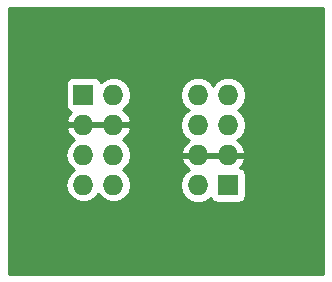
<source format=gbl>
G04 #@! TF.GenerationSoftware,KiCad,Pcbnew,5.0.2-bee76a0~70~ubuntu18.04.1*
G04 #@! TF.CreationDate,2019-12-09T23:25:18+09:00*
G04 #@! TF.ProjectId,AUX1_adapter,41555831-5f61-4646-9170-7465722e6b69,rev?*
G04 #@! TF.SameCoordinates,Original*
G04 #@! TF.FileFunction,Copper,L2,Bot*
G04 #@! TF.FilePolarity,Positive*
%FSLAX46Y46*%
G04 Gerber Fmt 4.6, Leading zero omitted, Abs format (unit mm)*
G04 Created by KiCad (PCBNEW 5.0.2-bee76a0~70~ubuntu18.04.1) date Mon 09 Dec 2019 11:25:18 PM JST*
%MOMM*%
%LPD*%
G01*
G04 APERTURE LIST*
G04 #@! TA.AperFunction,ComponentPad*
%ADD10R,1.727200X1.727200*%
G04 #@! TD*
G04 #@! TA.AperFunction,ComponentPad*
%ADD11O,1.727200X1.727200*%
G04 #@! TD*
G04 #@! TA.AperFunction,ViaPad*
%ADD12C,0.800000*%
G04 #@! TD*
G04 #@! TA.AperFunction,Conductor*
%ADD13C,0.254000*%
G04 #@! TD*
G04 APERTURE END LIST*
D10*
G04 #@! TO.P,J1,1*
G04 #@! TO.N,+5V*
X89000000Y-61100000D03*
D11*
G04 #@! TO.P,J1,2*
X91540000Y-61100000D03*
G04 #@! TO.P,J1,3*
G04 #@! TO.N,GND*
X89000000Y-63640000D03*
G04 #@! TO.P,J1,4*
X91540000Y-63640000D03*
G04 #@! TO.P,J1,5*
G04 #@! TO.N,N/C*
X89000000Y-66180000D03*
G04 #@! TO.P,J1,6*
G04 #@! TO.N,TX*
X91540000Y-66180000D03*
G04 #@! TO.P,J1,7*
G04 #@! TO.N,N/C*
X89000000Y-68720000D03*
G04 #@! TO.P,J1,8*
G04 #@! TO.N,RX*
X91540000Y-68720000D03*
G04 #@! TD*
G04 #@! TO.P,J4,8*
G04 #@! TO.N,TX*
X98710000Y-61130000D03*
G04 #@! TO.P,J4,7*
G04 #@! TO.N,N/C*
X101250000Y-61130000D03*
G04 #@! TO.P,J4,6*
G04 #@! TO.N,RX*
X98710000Y-63670000D03*
G04 #@! TO.P,J4,5*
G04 #@! TO.N,N/C*
X101250000Y-63670000D03*
G04 #@! TO.P,J4,4*
G04 #@! TO.N,GND*
X98710000Y-66210000D03*
G04 #@! TO.P,J4,3*
X101250000Y-66210000D03*
G04 #@! TO.P,J4,2*
G04 #@! TO.N,+5V*
X98710000Y-68750000D03*
D10*
G04 #@! TO.P,J4,1*
X101250000Y-68750000D03*
G04 #@! TD*
D12*
G04 #@! TO.N,GND*
X93300000Y-67100000D03*
X97000000Y-62950000D03*
G04 #@! TD*
D13*
G04 #@! TO.N,GND*
G36*
X109265001Y-76265000D02*
X82735000Y-76265000D01*
X82735000Y-66180000D01*
X87472041Y-66180000D01*
X87588350Y-66764725D01*
X87919570Y-67260430D01*
X88203281Y-67450000D01*
X87919570Y-67639570D01*
X87588350Y-68135275D01*
X87472041Y-68720000D01*
X87588350Y-69304725D01*
X87919570Y-69800430D01*
X88415275Y-70131650D01*
X88852402Y-70218600D01*
X89147598Y-70218600D01*
X89584725Y-70131650D01*
X90080430Y-69800430D01*
X90270000Y-69516719D01*
X90459570Y-69800430D01*
X90955275Y-70131650D01*
X91392402Y-70218600D01*
X91687598Y-70218600D01*
X92124725Y-70131650D01*
X92620430Y-69800430D01*
X92951650Y-69304725D01*
X93061991Y-68750000D01*
X97182041Y-68750000D01*
X97298350Y-69334725D01*
X97629570Y-69830430D01*
X98125275Y-70161650D01*
X98562402Y-70248600D01*
X98857598Y-70248600D01*
X99294725Y-70161650D01*
X99783068Y-69835349D01*
X99788243Y-69861365D01*
X99928591Y-70071409D01*
X100138635Y-70211757D01*
X100386400Y-70261040D01*
X102113600Y-70261040D01*
X102361365Y-70211757D01*
X102571409Y-70071409D01*
X102711757Y-69861365D01*
X102761040Y-69613600D01*
X102761040Y-67886400D01*
X102711757Y-67638635D01*
X102571409Y-67428591D01*
X102361365Y-67288243D01*
X102272064Y-67270480D01*
X102532688Y-66984947D01*
X102704958Y-66569026D01*
X102583817Y-66337000D01*
X101377000Y-66337000D01*
X101377000Y-66357000D01*
X101123000Y-66357000D01*
X101123000Y-66337000D01*
X98837000Y-66337000D01*
X98837000Y-66357000D01*
X98583000Y-66357000D01*
X98583000Y-66337000D01*
X97376183Y-66337000D01*
X97255042Y-66569026D01*
X97427312Y-66984947D01*
X97821510Y-67416821D01*
X97931021Y-67468146D01*
X97629570Y-67669570D01*
X97298350Y-68165275D01*
X97182041Y-68750000D01*
X93061991Y-68750000D01*
X93067959Y-68720000D01*
X92951650Y-68135275D01*
X92620430Y-67639570D01*
X92336719Y-67450000D01*
X92620430Y-67260430D01*
X92951650Y-66764725D01*
X93067959Y-66180000D01*
X92951650Y-65595275D01*
X92620430Y-65099570D01*
X92318979Y-64898146D01*
X92428490Y-64846821D01*
X92822688Y-64414947D01*
X92994958Y-63999026D01*
X92873817Y-63767000D01*
X91667000Y-63767000D01*
X91667000Y-63787000D01*
X91413000Y-63787000D01*
X91413000Y-63767000D01*
X89127000Y-63767000D01*
X89127000Y-63787000D01*
X88873000Y-63787000D01*
X88873000Y-63767000D01*
X87666183Y-63767000D01*
X87545042Y-63999026D01*
X87717312Y-64414947D01*
X88111510Y-64846821D01*
X88221021Y-64898146D01*
X87919570Y-65099570D01*
X87588350Y-65595275D01*
X87472041Y-66180000D01*
X82735000Y-66180000D01*
X82735000Y-60236400D01*
X87488960Y-60236400D01*
X87488960Y-61963600D01*
X87538243Y-62211365D01*
X87678591Y-62421409D01*
X87888635Y-62561757D01*
X87977936Y-62579520D01*
X87717312Y-62865053D01*
X87545042Y-63280974D01*
X87666183Y-63513000D01*
X88873000Y-63513000D01*
X88873000Y-63493000D01*
X89127000Y-63493000D01*
X89127000Y-63513000D01*
X91413000Y-63513000D01*
X91413000Y-63493000D01*
X91667000Y-63493000D01*
X91667000Y-63513000D01*
X92873817Y-63513000D01*
X92994958Y-63280974D01*
X92822688Y-62865053D01*
X92428490Y-62433179D01*
X92318979Y-62381854D01*
X92620430Y-62180430D01*
X92951650Y-61684725D01*
X93061991Y-61130000D01*
X97182041Y-61130000D01*
X97298350Y-61714725D01*
X97629570Y-62210430D01*
X97913281Y-62400000D01*
X97629570Y-62589570D01*
X97298350Y-63085275D01*
X97182041Y-63670000D01*
X97298350Y-64254725D01*
X97629570Y-64750430D01*
X97931021Y-64951854D01*
X97821510Y-65003179D01*
X97427312Y-65435053D01*
X97255042Y-65850974D01*
X97376183Y-66083000D01*
X98583000Y-66083000D01*
X98583000Y-66063000D01*
X98837000Y-66063000D01*
X98837000Y-66083000D01*
X101123000Y-66083000D01*
X101123000Y-66063000D01*
X101377000Y-66063000D01*
X101377000Y-66083000D01*
X102583817Y-66083000D01*
X102704958Y-65850974D01*
X102532688Y-65435053D01*
X102138490Y-65003179D01*
X102028979Y-64951854D01*
X102330430Y-64750430D01*
X102661650Y-64254725D01*
X102777959Y-63670000D01*
X102661650Y-63085275D01*
X102330430Y-62589570D01*
X102046719Y-62400000D01*
X102330430Y-62210430D01*
X102661650Y-61714725D01*
X102777959Y-61130000D01*
X102661650Y-60545275D01*
X102330430Y-60049570D01*
X101834725Y-59718350D01*
X101397598Y-59631400D01*
X101102402Y-59631400D01*
X100665275Y-59718350D01*
X100169570Y-60049570D01*
X99980000Y-60333281D01*
X99790430Y-60049570D01*
X99294725Y-59718350D01*
X98857598Y-59631400D01*
X98562402Y-59631400D01*
X98125275Y-59718350D01*
X97629570Y-60049570D01*
X97298350Y-60545275D01*
X97182041Y-61130000D01*
X93061991Y-61130000D01*
X93067959Y-61100000D01*
X92951650Y-60515275D01*
X92620430Y-60019570D01*
X92124725Y-59688350D01*
X91687598Y-59601400D01*
X91392402Y-59601400D01*
X90955275Y-59688350D01*
X90466932Y-60014651D01*
X90461757Y-59988635D01*
X90321409Y-59778591D01*
X90111365Y-59638243D01*
X89863600Y-59588960D01*
X88136400Y-59588960D01*
X87888635Y-59638243D01*
X87678591Y-59778591D01*
X87538243Y-59988635D01*
X87488960Y-60236400D01*
X82735000Y-60236400D01*
X82735000Y-53735000D01*
X109265000Y-53735000D01*
X109265001Y-76265000D01*
X109265001Y-76265000D01*
G37*
X109265001Y-76265000D02*
X82735000Y-76265000D01*
X82735000Y-66180000D01*
X87472041Y-66180000D01*
X87588350Y-66764725D01*
X87919570Y-67260430D01*
X88203281Y-67450000D01*
X87919570Y-67639570D01*
X87588350Y-68135275D01*
X87472041Y-68720000D01*
X87588350Y-69304725D01*
X87919570Y-69800430D01*
X88415275Y-70131650D01*
X88852402Y-70218600D01*
X89147598Y-70218600D01*
X89584725Y-70131650D01*
X90080430Y-69800430D01*
X90270000Y-69516719D01*
X90459570Y-69800430D01*
X90955275Y-70131650D01*
X91392402Y-70218600D01*
X91687598Y-70218600D01*
X92124725Y-70131650D01*
X92620430Y-69800430D01*
X92951650Y-69304725D01*
X93061991Y-68750000D01*
X97182041Y-68750000D01*
X97298350Y-69334725D01*
X97629570Y-69830430D01*
X98125275Y-70161650D01*
X98562402Y-70248600D01*
X98857598Y-70248600D01*
X99294725Y-70161650D01*
X99783068Y-69835349D01*
X99788243Y-69861365D01*
X99928591Y-70071409D01*
X100138635Y-70211757D01*
X100386400Y-70261040D01*
X102113600Y-70261040D01*
X102361365Y-70211757D01*
X102571409Y-70071409D01*
X102711757Y-69861365D01*
X102761040Y-69613600D01*
X102761040Y-67886400D01*
X102711757Y-67638635D01*
X102571409Y-67428591D01*
X102361365Y-67288243D01*
X102272064Y-67270480D01*
X102532688Y-66984947D01*
X102704958Y-66569026D01*
X102583817Y-66337000D01*
X101377000Y-66337000D01*
X101377000Y-66357000D01*
X101123000Y-66357000D01*
X101123000Y-66337000D01*
X98837000Y-66337000D01*
X98837000Y-66357000D01*
X98583000Y-66357000D01*
X98583000Y-66337000D01*
X97376183Y-66337000D01*
X97255042Y-66569026D01*
X97427312Y-66984947D01*
X97821510Y-67416821D01*
X97931021Y-67468146D01*
X97629570Y-67669570D01*
X97298350Y-68165275D01*
X97182041Y-68750000D01*
X93061991Y-68750000D01*
X93067959Y-68720000D01*
X92951650Y-68135275D01*
X92620430Y-67639570D01*
X92336719Y-67450000D01*
X92620430Y-67260430D01*
X92951650Y-66764725D01*
X93067959Y-66180000D01*
X92951650Y-65595275D01*
X92620430Y-65099570D01*
X92318979Y-64898146D01*
X92428490Y-64846821D01*
X92822688Y-64414947D01*
X92994958Y-63999026D01*
X92873817Y-63767000D01*
X91667000Y-63767000D01*
X91667000Y-63787000D01*
X91413000Y-63787000D01*
X91413000Y-63767000D01*
X89127000Y-63767000D01*
X89127000Y-63787000D01*
X88873000Y-63787000D01*
X88873000Y-63767000D01*
X87666183Y-63767000D01*
X87545042Y-63999026D01*
X87717312Y-64414947D01*
X88111510Y-64846821D01*
X88221021Y-64898146D01*
X87919570Y-65099570D01*
X87588350Y-65595275D01*
X87472041Y-66180000D01*
X82735000Y-66180000D01*
X82735000Y-60236400D01*
X87488960Y-60236400D01*
X87488960Y-61963600D01*
X87538243Y-62211365D01*
X87678591Y-62421409D01*
X87888635Y-62561757D01*
X87977936Y-62579520D01*
X87717312Y-62865053D01*
X87545042Y-63280974D01*
X87666183Y-63513000D01*
X88873000Y-63513000D01*
X88873000Y-63493000D01*
X89127000Y-63493000D01*
X89127000Y-63513000D01*
X91413000Y-63513000D01*
X91413000Y-63493000D01*
X91667000Y-63493000D01*
X91667000Y-63513000D01*
X92873817Y-63513000D01*
X92994958Y-63280974D01*
X92822688Y-62865053D01*
X92428490Y-62433179D01*
X92318979Y-62381854D01*
X92620430Y-62180430D01*
X92951650Y-61684725D01*
X93061991Y-61130000D01*
X97182041Y-61130000D01*
X97298350Y-61714725D01*
X97629570Y-62210430D01*
X97913281Y-62400000D01*
X97629570Y-62589570D01*
X97298350Y-63085275D01*
X97182041Y-63670000D01*
X97298350Y-64254725D01*
X97629570Y-64750430D01*
X97931021Y-64951854D01*
X97821510Y-65003179D01*
X97427312Y-65435053D01*
X97255042Y-65850974D01*
X97376183Y-66083000D01*
X98583000Y-66083000D01*
X98583000Y-66063000D01*
X98837000Y-66063000D01*
X98837000Y-66083000D01*
X101123000Y-66083000D01*
X101123000Y-66063000D01*
X101377000Y-66063000D01*
X101377000Y-66083000D01*
X102583817Y-66083000D01*
X102704958Y-65850974D01*
X102532688Y-65435053D01*
X102138490Y-65003179D01*
X102028979Y-64951854D01*
X102330430Y-64750430D01*
X102661650Y-64254725D01*
X102777959Y-63670000D01*
X102661650Y-63085275D01*
X102330430Y-62589570D01*
X102046719Y-62400000D01*
X102330430Y-62210430D01*
X102661650Y-61714725D01*
X102777959Y-61130000D01*
X102661650Y-60545275D01*
X102330430Y-60049570D01*
X101834725Y-59718350D01*
X101397598Y-59631400D01*
X101102402Y-59631400D01*
X100665275Y-59718350D01*
X100169570Y-60049570D01*
X99980000Y-60333281D01*
X99790430Y-60049570D01*
X99294725Y-59718350D01*
X98857598Y-59631400D01*
X98562402Y-59631400D01*
X98125275Y-59718350D01*
X97629570Y-60049570D01*
X97298350Y-60545275D01*
X97182041Y-61130000D01*
X93061991Y-61130000D01*
X93067959Y-61100000D01*
X92951650Y-60515275D01*
X92620430Y-60019570D01*
X92124725Y-59688350D01*
X91687598Y-59601400D01*
X91392402Y-59601400D01*
X90955275Y-59688350D01*
X90466932Y-60014651D01*
X90461757Y-59988635D01*
X90321409Y-59778591D01*
X90111365Y-59638243D01*
X89863600Y-59588960D01*
X88136400Y-59588960D01*
X87888635Y-59638243D01*
X87678591Y-59778591D01*
X87538243Y-59988635D01*
X87488960Y-60236400D01*
X82735000Y-60236400D01*
X82735000Y-53735000D01*
X109265000Y-53735000D01*
X109265001Y-76265000D01*
G04 #@! TD*
M02*

</source>
